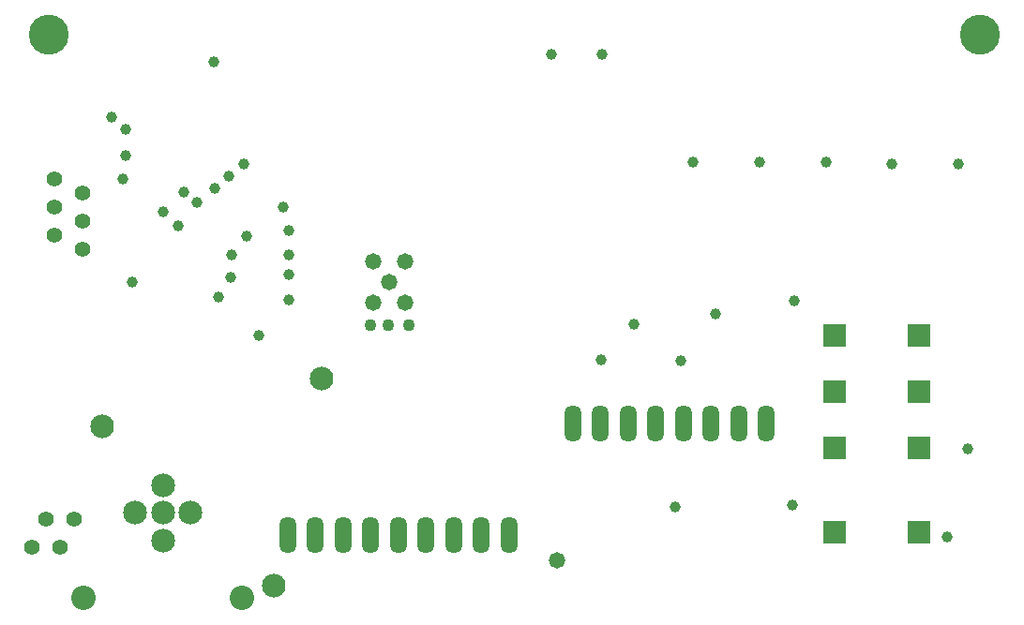
<source format=gbs>
G04*
G04 #@! TF.GenerationSoftware,Altium Limited,Altium Designer,19.0.10 (269)*
G04*
G04 Layer_Color=16711935*
%FSLAX44Y44*%
%MOMM*%
G71*
G01*
G75*
%ADD53C,1.4224*%
%ADD54C,1.1031*%
%ADD55R,2.0723X2.0723*%
%ADD56R,2.0723X2.0723*%
%ADD57C,2.2032*%
%ADD58C,2.1532*%
%ADD59O,1.5232X3.3232*%
%ADD60C,3.6032*%
%ADD61C,1.0032*%
%ADD62C,2.1332*%
%ADD63C,1.1032*%
%ADD64C,1.4732*%
D53*
X279600Y315000D02*
D03*
X292300Y340400D02*
D03*
X305000Y315000D02*
D03*
X317700Y340400D02*
D03*
X299600Y648100D02*
D03*
X325000Y635400D02*
D03*
X299600Y622700D02*
D03*
X325000Y610000D02*
D03*
X299600Y597300D02*
D03*
X325000Y584600D02*
D03*
D54*
X1080000Y404700D02*
D03*
Y455500D02*
D03*
Y506300D02*
D03*
D55*
D03*
Y455500D02*
D03*
Y404700D02*
D03*
Y328500D02*
D03*
X1003800Y506300D02*
D03*
Y455500D02*
D03*
Y404700D02*
D03*
D56*
Y328500D02*
D03*
D57*
X326131Y269240D02*
D03*
X468630D02*
D03*
D58*
X372379Y346240D02*
D03*
X397380Y321239D02*
D03*
X422382Y346240D02*
D03*
X397380Y371241D02*
D03*
Y346240D02*
D03*
D59*
X942500Y427000D02*
D03*
X917500D02*
D03*
X892500D02*
D03*
X817500D02*
D03*
X842500D02*
D03*
X867500D02*
D03*
X792500D02*
D03*
X767500D02*
D03*
X510000Y326000D02*
D03*
X535000D02*
D03*
X560000D02*
D03*
X635000D02*
D03*
X610000D02*
D03*
X585000D02*
D03*
X660000D02*
D03*
X685000D02*
D03*
X710000D02*
D03*
D60*
X294500Y778500D02*
D03*
X1135000D02*
D03*
D61*
X484000Y506000D02*
D03*
X865500Y483500D02*
D03*
X793500Y484000D02*
D03*
X448000Y541316D02*
D03*
X458500Y559000D02*
D03*
X459500Y579000D02*
D03*
X443500Y753500D02*
D03*
X351500Y704000D02*
D03*
X369500Y555000D02*
D03*
X1105500Y324500D02*
D03*
X965500Y353000D02*
D03*
X860000Y351500D02*
D03*
X1116000Y661500D02*
D03*
X1056000Y661500D02*
D03*
X996000Y663000D02*
D03*
X936000D02*
D03*
X876000D02*
D03*
X794000Y760000D02*
D03*
X748500D02*
D03*
X473500Y596000D02*
D03*
X428000Y626500D02*
D03*
X416000Y636288D02*
D03*
X398000Y617903D02*
D03*
X411352Y605634D02*
D03*
X511500Y538500D02*
D03*
X364000Y693000D02*
D03*
X967500Y538000D02*
D03*
X364000Y669000D02*
D03*
X361000Y647500D02*
D03*
X896500Y526000D02*
D03*
X822500Y516500D02*
D03*
X511012Y561000D02*
D03*
X511500Y579500D02*
D03*
Y601000D02*
D03*
X506500Y622700D02*
D03*
X457000Y650500D02*
D03*
X1124500Y404000D02*
D03*
X444500Y639000D02*
D03*
X470886Y661500D02*
D03*
D62*
X342500Y424500D02*
D03*
X540500Y467500D02*
D03*
X497500Y280000D02*
D03*
D63*
X620000Y515500D02*
D03*
X601399D02*
D03*
X584500D02*
D03*
D64*
X616000Y536000D02*
D03*
X602000Y555000D02*
D03*
X587500Y536000D02*
D03*
X616000Y573500D02*
D03*
X587500D02*
D03*
X753000Y303500D02*
D03*
M02*

</source>
